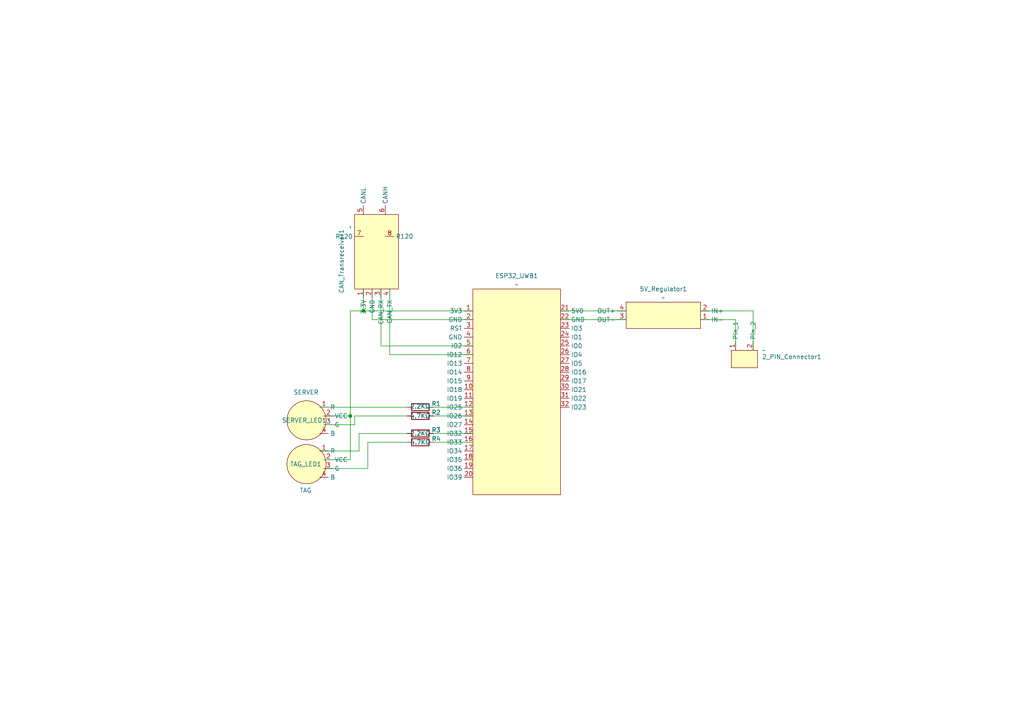
<source format=kicad_sch>
(kicad_sch (version 20250114) (generator "eeschema") (generator_version "9.0")
  (paper "A4")
  (title_block (title "Autocam Sensor") (date "2025-03-27") (rev "v0.4"))
  (lib_symbols
    (symbol "Autocam:2_PIN_Connector"
      (property "Reference" "U?" (at 0 0 0))
      (symbol "2_PIN_Connector_1_1"
        (rectangle (start -3.81 2.54) (end 3.81 -2.54) (fill (type color) (color 255 255 194 1)))
        (pin passive line (at -2.54 -2.54 270) (length 2.54) (name "Pin_1") (number "1"))
        (pin passive line (at 2.54 -2.54 270) (length 2.54) (name "Pin_2") (number "2"))
      )
    )
    (symbol "Autocam:Simple Resistor" (pin_numbers (hide yes)) (pin_names (offset 0))
      (property "Reference" "R" (at 2.032 0 90))
      (property "Value" "Simple Resistor" (at 0 0 90))
      (symbol "Simple Resistor_0_1"
        (rectangle (start -1.016 -2.54) (end 1.016 2.54) (stroke (width 0.254)))
      )
      (symbol "Simple Resistor_1_1"
        (pin passive line (at 0 3.81 270) (length 1.27) (name "~") (number "1"))
        (pin passive line (at 0 -3.81 90) (length 1.27) (name "~") (number "2"))
      )
    )
    (symbol "autocam:MP1584EN_5V_regulator"
      (property "Reference" "U?" (at 0 0 0))
      (symbol "MP1584EN_5V_regulator_1_1"
        (rectangle (start -5.08 3.81) (end 16.51 -3.81) (fill (type color) (color 255 255 194 1)))
        (pin power_in line (at -5.08 1.27 180) (length 2.54) (name "IN-") (number "1"))
        (pin power_in line (at -5.08 -1.27 180) (length 2.54) (name "IN+") (number "2"))
        (pin power_out line (at 16.51 1.27 0) (length 2.54) (name "OUT-") (number "3"))
        (pin power_out line (at 16.51 -1.27 0) (length 2.54) (name "OUT+") (number "4"))
      )
    )
    (symbol "autocam:RGB_LED_round"
      (property "Reference" "U?" (at 8.89 5.08 0))
      (symbol "RGB_LED_round_1_1"
        (circle (center 8.89 5.08) (radius 5.6796) (fill (type color) (color 255 255 194 1)))
        (pin passive line (at 5.08 1.27 270) (length 2.54) (name "R") (number "1"))
        (pin power_in line (at 7.62 0 270) (length 2.54) (name "VCC") (number "2"))
        (pin passive line (at 10.16 0 270) (length 2.54) (name "G") (number "3"))
        (pin passive line (at 12.7 1.27 270) (length 2.54) (name "B") (number "4"))
      )
    )
    (symbol "autocam:Waveshare_CAN_transreceiver"
      (property "Reference" "U?" (at -2.54 -1.27 0))
      (symbol "Waveshare_CAN_transreceiver_1_1"
        (rectangle (start -5.08 2.54) (end 16.51 -10.16) (fill (type color) (color 255 255 194 1)))
        (pin power_in line (at -5.08 0 180) (length 2.54) (name "3.3V") (number "1"))
        (pin power_in line (at -5.08 -2.54 180) (length 2.54) (name "GND") (number "2"))
        (pin bidirectional line (at -5.08 -5.08 180) (length 2.54) (name "CAN_RX") (number "3"))
        (pin bidirectional line (at -5.08 -7.62 180) (length 2.54) (name "CAN_TX") (number "4"))
        (pin free line (at 10.16 0 90) (length 2.54) (name "R120") (number "7"))
        (pin free line (at 10.16 -6.35 270) (length 2.54) (name "R120") (number "8"))
        (pin bidirectional line (at 16.51 0 0) (length 2.54) (name "CANL") (number "5"))
        (pin bidirectional line (at 16.51 -6.35 0) (length 2.54) (name "CANH") (number "6"))
      )
    )
    (symbol "autocam:esp32_uwb"
      (property "Reference" "U?" (at 6.858 4.826 0))
      (symbol "esp32_uwb_1_1"
        (rectangle (start -5.08 7.62) (end 20.32 -52.07) (fill (type color) (color 255 255 194 1)))
        (pin power_out line (at -5.08 1.27 180) (length 2.54) (name "3V3") (number "1"))
        (pin power_in line (at -5.08 -1.27 180) (length 2.54) (name "GND") (number "2"))
        (pin input line (at -5.08 -3.81 180) (length 2.54) (name "RST") (number "3"))
        (pin power_in line (at -5.08 -6.35 180) (length 2.54) (name "GND") (number "4"))
        (pin bidirectional line (at -5.08 -8.89 180) (length 2.54) (name "IO2") (number "5"))
        (pin bidirectional line (at -5.08 -11.43 180) (length 2.54) (name "IO12") (number "6"))
        (pin bidirectional line (at -5.08 -13.97 180) (length 2.54) (name "IO13") (number "7"))
        (pin bidirectional line (at -5.08 -16.51 180) (length 2.54) (name "IO14") (number "8"))
        (pin bidirectional line (at -5.08 -19.05 180) (length 2.54) (name "IO15") (number "9"))
        (pin bidirectional line (at -5.08 -21.59 180) (length 2.54) (name "IO18") (number "10"))
        (pin bidirectional line (at -5.08 -24.13 180) (length 2.54) (name "IO19") (number "11"))
        (pin bidirectional line (at -5.08 -26.67 180) (length 2.54) (name "IO25") (number "12"))
        (pin bidirectional line (at -5.08 -29.21 180) (length 2.54) (name "IO26") (number "13"))
        (pin bidirectional line (at -5.08 -31.75 180) (length 2.54) (name "IO27") (number "14"))
        (pin bidirectional line (at -5.08 -34.29 180) (length 2.54) (name "IO32") (number "15"))
        (pin bidirectional line (at -5.08 -36.83 180) (length 2.54) (name "IO33") (number "16"))
        (pin bidirectional line (at -5.08 -39.37 180) (length 2.54) (name "IO34") (number "17"))
        (pin bidirectional line (at -5.08 -41.91 180) (length 2.54) (name "IO35") (number "18"))
        (pin bidirectional line (at -5.08 -44.45 180) (length 2.54) (name "IO36") (number "19"))
        (pin bidirectional line (at -5.08 -46.99 180) (length 2.54) (name "IO39") (number "20"))
        (pin power_in line (at 20.32 1.27 0) (length 2.54) (name "5V0") (number "21"))
        (pin power_in line (at 20.32 -1.27 0) (length 2.54) (name "GND") (number "22"))
        (pin bidirectional line (at 20.32 -3.81 0) (length 2.54) (name "IO3") (number "23"))
        (pin bidirectional line (at 20.32 -6.35 0) (length 2.54) (name "IO1") (number "24"))
        (pin bidirectional line (at 20.32 -8.89 0) (length 2.54) (name "IO0") (number "25"))
        (pin bidirectional line (at 20.32 -11.43 0) (length 2.54) (name "IO4") (number "26"))
        (pin bidirectional line (at 20.32 -13.97 0) (length 2.54) (name "IO5") (number "27"))
        (pin bidirectional line (at 20.32 -16.51 0) (length 2.54) (name "IO16") (number "28"))
        (pin bidirectional line (at 20.32 -19.05 0) (length 2.54) (name "IO17") (number "29"))
        (pin bidirectional line (at 20.32 -21.59 0) (length 2.54) (name "IO21") (number "30"))
        (pin bidirectional line (at 20.32 -24.13 0) (length 2.54) (name "IO22") (number "31"))
        (pin bidirectional line (at 20.32 -26.67 0) (length 2.54) (name "IO23") (number "32"))
      )
    )
  )
  (junction (at 105.41 90.17))
  (junction (at 101.6 120.65))
  (wire (pts (xy 93.98 120.65) (xy 101.6 120.65)))
  (wire (pts (xy 101.6 90.17) (xy 101.6 120.65)))
  (wire (pts (xy 218.44 90.17) (xy 218.44 101.6)))
  (wire (pts (xy 104.14 125.73) (xy 104.14 130.81)))
  (wire (pts (xy 107.95 92.71) (xy 137.16 92.71)))
  (wire (pts (xy 105.41 83.82) (xy 105.41 90.17)))
  (wire (pts (xy 110.49 100.33) (xy 137.16 100.33)))
  (wire (pts (xy 162.56 92.71) (xy 181.61 92.71)))
  (wire (pts (xy 93.98 133.35) (xy 101.6 133.35)))
  (wire (pts (xy 107.95 83.82) (xy 107.95 92.71)))
  (wire (pts (xy 106.68 128.27) (xy 106.68 135.89)))
  (wire (pts (xy 104.14 130.81) (xy 92.71 130.81)))
  (wire (pts (xy 105.41 90.17) (xy 137.16 90.17)))
  (wire (pts (xy 101.6 90.17) (xy 105.41 90.17)))
  (wire (pts (xy 213.36 92.71) (xy 203.2 92.71)))
  (wire (pts (xy 125.73 128.27) (xy 137.16 128.27)))
  (wire (pts (xy 125.73 120.65) (xy 137.16 120.65)))
  (wire (pts (xy 125.73 125.73) (xy 137.16 125.73)))
  (wire (pts (xy 125.73 118.11) (xy 137.16 118.11)))
  (wire (pts (xy 110.49 83.82) (xy 110.49 100.33)))
  (wire (pts (xy 113.03 102.87) (xy 137.16 102.87)))
  (wire (pts (xy 118.11 128.27) (xy 106.68 128.27)))
  (wire (pts (xy 102.87 120.65) (xy 102.87 123.19)))
  (wire (pts (xy 113.03 83.82) (xy 113.03 102.87)))
  (wire (pts (xy 213.36 101.6) (xy 213.36 92.71)))
  (wire (pts (xy 118.11 125.73) (xy 104.14 125.73)))
  (wire (pts (xy 203.2 90.17) (xy 218.44 90.17)))
  (wire (pts (xy 92.71 118.11) (xy 118.11 118.11)))
  (wire (pts (xy 101.6 120.65) (xy 101.6 133.35)))
  (wire (pts (xy 106.68 135.89) (xy 93.98 135.89)))
  (wire (pts (xy 102.87 120.65) (xy 118.11 120.65)))
  (wire (pts (xy 162.56 90.17) (xy 181.61 90.17)))
  (wire (pts (xy 102.87 123.19) (xy 93.98 123.19)))
  (symbol (lib_id "Autocam:Simple Resistor") (at 121.92 125.73 90) (unit 1)
    (property "Reference" "R3" (at 126.492 124.714 90))
    (property "Value" "2.2KΩ" (at 121.92 125.73 90))
    (property "Footprint" "Autocam:Simple Resistor" (effects (hide yes)))
    (property "Description" "Resistor" (effects (hide yes)))
  )
  (symbol (lib_id "autocam:MP1584EN_5V_regulator") (at 198.12 91.44 180) (unit 1)
    (property "Reference" "5V_Regulator1" (at 192.405 83.82 0))
    (property "Value" "~" (at 192.405 86.36 0))
    (property "Footprint" "Autocam:MP1584EN 5V Regulator" (effects (hide yes)))
  )
  (symbol (lib_id "autocam:RGB_LED_round") (at 93.98 125.73 90) (mirror x) (unit 1)
    (property "Reference" "TAG_LED1" (at 84.074 134.62 90) (effects (justify right)))
    (property "Value" "TAG" (at 86.868 142.24 90) (effects (justify right)))
    (property "Footprint" "Autocam:Anode RGB LED (Round)" (effects (hide yes)))
  )
  (symbol (lib_id "autocam:RGB_LED_round") (at 93.98 113.03 90) (mirror x) (unit 1)
    (property "Reference" "SERVER_LED1" (at 94.742 121.92 90) (effects (justify left)))
    (property "Value" "SERVER" (at 92.456 113.792 90) (effects (justify left)))
    (property "Footprint" "Autocam:Anode RGB LED (Round)" (effects (hide yes)))
  )
  (symbol (lib_id "Autocam:Simple Resistor") (at 121.92 128.27 90) (unit 1)
    (property "Reference" "R4" (at 126.5284 127.254 90))
    (property "Value" "4.7KΩ" (at 121.9564 128.27 90))
    (property "Footprint" "Autocam:Simple Resistor" (effects (hide yes)))
    (property "Description" "Resistor" (effects (hide yes)))
  )
  (symbol (lib_id "autocam:Waveshare_CAN_transreceiver") (at 105.41 78.74 90) (unit 1)
    (property "Reference" "CAN_Transreceiver1" (at 99.06 66.4367 0) (effects (justify right)))
    (property "Value" "~" (at 101.6 66.4367 0) (effects (justify left)))
    (property "Footprint" "Autocam:Waveshare CAN Transreceiver" (effects (hide yes)))
  )
  (symbol (lib_id "Autocam:Simple Resistor") (at 121.92 118.11 90) (unit 1)
    (property "Reference" "R1" (at 126.492 117.094 90))
    (property "Value" "2.2KΩ" (at 121.92 117.856 90))
    (property "Footprint" "Autocam:Simple Resistor" (effects (hide yes)))
    (property "Description" "Resistor" (effects (hide yes)))
  )
  (symbol (lib_id "Autocam:2_PIN_Connector") (at 215.9 104.14 0) (mirror x) (unit 1)
    (property "Reference" "2_PIN_Connector1" (at 220.98 103.5051 0) (effects (justify left)))
    (property "Value" "~" (at 220.98 101.6 0) (effects (justify left)))
    (property "Footprint" "Autocam:2-PIN Connector" (effects (hide yes)))
  )
  (symbol (lib_id "autocam:esp32_uwb") (at 142.24 91.44 0) (unit 1)
    (property "Reference" "ESP32_UWB1" (at 149.86 80.01 0))
    (property "Value" "~" (at 149.86 82.55 0))
    (property "Footprint" "Autocam:Makersfab ESP32 UWB" (effects (hide yes)))
  )
  (symbol (lib_id "Autocam:Simple Resistor") (at 121.92 120.65 90) (unit 1)
    (property "Reference" "R2" (at 126.492 119.634 90))
    (property "Value" "4.7KΩ" (at 121.92 120.65 90))
    (property "Footprint" "Autocam:Simple Resistor" (effects (hide yes)))
    (property "Description" "Resistor" (effects (hide yes)))
  )
)
</source>
